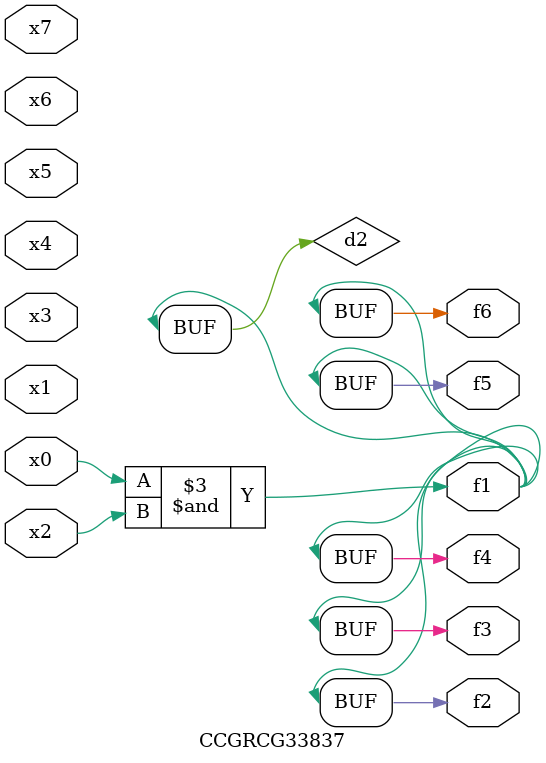
<source format=v>
module CCGRCG33837(
	input x0, x1, x2, x3, x4, x5, x6, x7,
	output f1, f2, f3, f4, f5, f6
);

	wire d1, d2;

	nor (d1, x3, x6);
	and (d2, x0, x2);
	assign f1 = d2;
	assign f2 = d2;
	assign f3 = d2;
	assign f4 = d2;
	assign f5 = d2;
	assign f6 = d2;
endmodule

</source>
